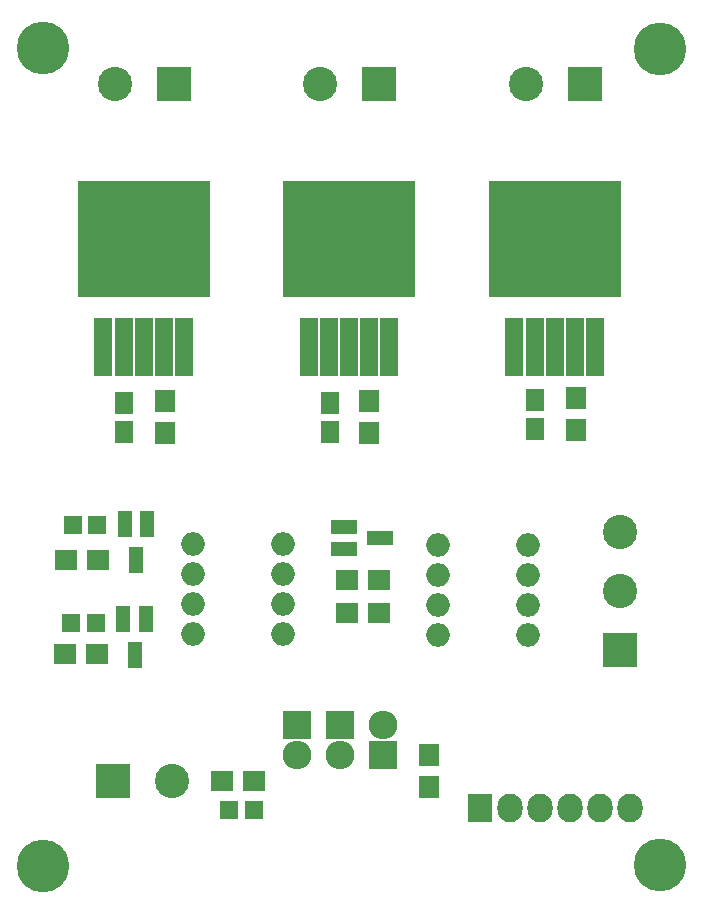
<source format=gbr>
G04 #@! TF.FileFunction,Soldermask,Top*
%FSLAX46Y46*%
G04 Gerber Fmt 4.6, Leading zero omitted, Abs format (unit mm)*
G04 Created by KiCad (PCBNEW 4.0.6) date Wednesday, 20 September 2017 'PMt' 17:58:10*
%MOMM*%
%LPD*%
G01*
G04 APERTURE LIST*
%ADD10C,0.100000*%
%ADD11C,4.464000*%
%ADD12R,2.900000X2.900000*%
%ADD13C,2.900000*%
%ADD14R,2.127200X2.432000*%
%ADD15O,2.127200X2.432000*%
%ADD16O,2.000000X2.000000*%
%ADD17R,1.650000X1.900000*%
%ADD18R,1.700000X1.900000*%
%ADD19R,1.598880X1.598880*%
%ADD20R,1.200000X2.300000*%
%ADD21R,2.300000X1.200000*%
%ADD22R,1.900000X1.700000*%
%ADD23R,2.432000X2.432000*%
%ADD24O,2.432000X2.432000*%
%ADD25R,1.500000X5.000000*%
%ADD26R,11.200000X9.800000*%
G04 APERTURE END LIST*
D10*
D11*
X131191000Y-31242000D03*
X183388000Y-31305500D03*
X131191000Y-100457000D03*
D12*
X177038000Y-34290000D03*
D13*
X172038000Y-34290000D03*
D14*
X168211500Y-95567500D03*
D15*
X170751500Y-95567500D03*
X173291500Y-95567500D03*
X175831500Y-95567500D03*
X178371500Y-95567500D03*
X180911500Y-95567500D03*
D12*
X159639000Y-34290000D03*
D13*
X154639000Y-34290000D03*
D12*
X142240000Y-34290000D03*
D13*
X137240000Y-34290000D03*
D12*
X137096500Y-93281500D03*
D13*
X142096500Y-93281500D03*
D16*
X143891000Y-73215500D03*
X143891000Y-75755500D03*
X143891000Y-78295500D03*
X143891000Y-80835500D03*
X151511000Y-80835500D03*
X151511000Y-78295500D03*
X151511000Y-75755500D03*
X151511000Y-73215500D03*
X164592000Y-73279000D03*
X164592000Y-75819000D03*
X164592000Y-78359000D03*
X164592000Y-80899000D03*
X172212000Y-80899000D03*
X172212000Y-78359000D03*
X172212000Y-75819000D03*
X172212000Y-73279000D03*
D17*
X155448000Y-63734000D03*
X155448000Y-61234000D03*
X172847000Y-63480000D03*
X172847000Y-60980000D03*
X138049000Y-63734000D03*
X138049000Y-61234000D03*
D18*
X176276000Y-60880000D03*
X176276000Y-63580000D03*
X158750000Y-61134000D03*
X158750000Y-63834000D03*
X141478000Y-61134000D03*
X141478000Y-63834000D03*
D11*
X183388000Y-100393500D03*
D19*
X135796020Y-71628000D03*
X133697980Y-71628000D03*
D20*
X139888000Y-79589500D03*
X137988000Y-79589500D03*
X138938000Y-82589500D03*
X140015000Y-71525000D03*
X138115000Y-71525000D03*
X139065000Y-74525000D03*
D21*
X156678500Y-71757500D03*
X156678500Y-73657500D03*
X159678500Y-72707500D03*
D18*
X163893500Y-93806000D03*
X163893500Y-91106000D03*
D22*
X156892000Y-79057500D03*
X159592000Y-79057500D03*
X159655500Y-76263500D03*
X156955500Y-76263500D03*
X135716000Y-82550000D03*
X133016000Y-82550000D03*
X135843000Y-74549000D03*
X133143000Y-74549000D03*
X146351000Y-93281500D03*
X149051000Y-93281500D03*
D19*
X135669020Y-79883000D03*
X133570980Y-79883000D03*
X149067520Y-95758000D03*
X146969480Y-95758000D03*
D23*
X159956500Y-91059000D03*
D24*
X159956500Y-88519000D03*
D23*
X156337000Y-88519000D03*
D24*
X156337000Y-91059000D03*
D23*
X152717500Y-88519000D03*
D24*
X152717500Y-91059000D03*
D25*
X177898000Y-56515000D03*
X176198000Y-56515000D03*
X172798000Y-56515000D03*
D26*
X174498000Y-47365000D03*
D25*
X174498000Y-56515000D03*
X171098000Y-56515000D03*
X160499000Y-56515000D03*
X158799000Y-56515000D03*
X155399000Y-56515000D03*
D26*
X157099000Y-47365000D03*
D25*
X157099000Y-56515000D03*
X153699000Y-56515000D03*
X143100000Y-56515000D03*
X141400000Y-56515000D03*
X138000000Y-56515000D03*
D26*
X139700000Y-47365000D03*
D25*
X139700000Y-56515000D03*
X136300000Y-56515000D03*
D13*
X180022500Y-72169000D03*
D12*
X180022500Y-82169000D03*
D13*
X180022500Y-77169000D03*
M02*

</source>
